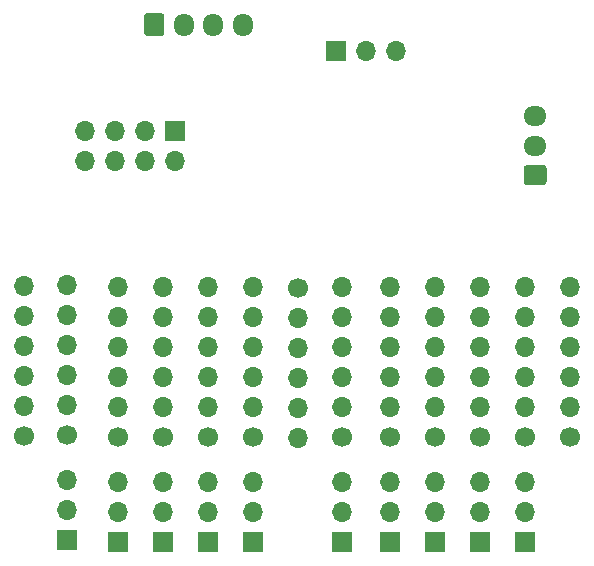
<source format=gbl>
%TF.GenerationSoftware,KiCad,Pcbnew,8.0.4-8.0.4-0~ubuntu24.04.1*%
%TF.CreationDate,2024-07-22T11:19:53+03:00*%
%TF.ProjectId,stripe_board,73747269-7065-45f6-926f-6172642e6b69,rev?*%
%TF.SameCoordinates,Original*%
%TF.FileFunction,Copper,L2,Bot*%
%TF.FilePolarity,Positive*%
%FSLAX46Y46*%
G04 Gerber Fmt 4.6, Leading zero omitted, Abs format (unit mm)*
G04 Created by KiCad (PCBNEW 8.0.4-8.0.4-0~ubuntu24.04.1) date 2024-07-22 11:19:53*
%MOMM*%
%LPD*%
G01*
G04 APERTURE LIST*
%TA.AperFunction,ComponentPad*%
%ADD10O,1.700000X1.950000*%
%TD*%
%TA.AperFunction,ComponentPad*%
%ADD11O,1.950000X1.700000*%
%TD*%
%TA.AperFunction,ComponentPad*%
%ADD12R,1.700000X1.700000*%
%TD*%
%TA.AperFunction,ComponentPad*%
%ADD13O,1.700000X1.700000*%
%TD*%
%TA.AperFunction,ComponentPad*%
%ADD14C,1.700000*%
%TD*%
G04 APERTURE END LIST*
%TO.P,J17,1,Pin_1*%
%TO.N,GND*%
%TA.AperFunction,ComponentPad*%
G36*
G01*
X7549015Y324670D02*
X7549015Y1774670D01*
G75*
G02*
X7799015Y2024670I250000J0D01*
G01*
X8999015Y2024670D01*
G75*
G02*
X9249015Y1774670I0J-250000D01*
G01*
X9249015Y324670D01*
G75*
G02*
X8999015Y74670I-250000J0D01*
G01*
X7799015Y74670D01*
G75*
G02*
X7549015Y324670I0J250000D01*
G01*
G37*
%TD.AperFunction*%
D10*
%TO.P,J17,2,Pin_2*%
%TO.N,SCL*%
X10899015Y1049670D03*
%TO.P,J17,3,Pin_3*%
%TO.N,SDA*%
X13399015Y1049670D03*
%TO.P,J17,4,Pin_4*%
%TO.N,5V*%
X15899015Y1049670D03*
%TD*%
%TO.P,J13,1,Pin_1*%
%TO.N,GND*%
%TA.AperFunction,ComponentPad*%
G36*
G01*
X41374015Y-12550330D02*
X39924015Y-12550330D01*
G75*
G02*
X39674015Y-12300330I0J250000D01*
G01*
X39674015Y-11100330D01*
G75*
G02*
X39924015Y-10850330I250000J0D01*
G01*
X41374015Y-10850330D01*
G75*
G02*
X41624015Y-11100330I0J-250000D01*
G01*
X41624015Y-12300330D01*
G75*
G02*
X41374015Y-12550330I-250000J0D01*
G01*
G37*
%TD.AperFunction*%
D11*
%TO.P,J13,2,Pin_2*%
%TO.N,5V*%
X40649015Y-9200330D03*
%TO.P,J13,3,Pin_3*%
%TO.N,RC_IN*%
X40649015Y-6700330D03*
%TD*%
D12*
%TO.P,J16,1,Pin_1*%
%TO.N,SWIO*%
X23819015Y-1200330D03*
D13*
%TO.P,J16,2,Pin_2*%
%TO.N,5V*%
X26359015Y-1200330D03*
%TO.P,J16,3,Pin_3*%
%TO.N,GND*%
X28899015Y-1200330D03*
%TD*%
D14*
%TO.P,J1,1,Pin_1*%
%TO.N,GND*%
X-2600985Y-33790330D03*
D13*
X-2600985Y-31250330D03*
X-2600985Y-28710330D03*
X-2600985Y-26170330D03*
X-2600985Y-23630330D03*
X-2600985Y-21090330D03*
%TD*%
D12*
%TO.P,Srv10,1,GND*%
%TO.N,GND*%
X1017034Y-42600440D03*
D13*
%TO.P,Srv10,2,5v*%
%TO.N,5V*%
X1017034Y-40060440D03*
%TO.P,Srv10,3,PWM*%
%TO.N,PWM1*%
X1017034Y-37520440D03*
%TD*%
%TO.P,J20,8,Pin_8*%
%TO.N,GND*%
X2579015Y-10465330D03*
%TO.P,J20,7,Pin_7*%
%TO.N,5V*%
X2579015Y-7925330D03*
%TO.P,J20,6,Pin_6*%
%TO.N,Net-(J20-Pin_5)*%
X5119015Y-10465330D03*
%TO.P,J20,5,Pin_5*%
X5119015Y-7925330D03*
%TO.P,J20,4,Pin_4*%
%TO.N,5V*%
X7659015Y-10465330D03*
%TO.P,J20,3,Pin_3*%
X7659015Y-7925330D03*
%TO.P,J20,2,Pin_2*%
%TO.N,PWM2*%
X10199015Y-10465330D03*
D12*
%TO.P,J20,1,Pin_1*%
%TO.N,PWM1*%
X10199015Y-7925330D03*
%TD*%
D14*
%TO.P,J6,1,Pin_1*%
%TO.N,/PD7*%
X32209015Y-33890330D03*
D13*
X32209015Y-31350330D03*
X32209015Y-28810330D03*
X32209015Y-26270330D03*
X32209015Y-23730330D03*
X32209015Y-21190330D03*
%TD*%
D12*
%TO.P,Srv7,1,GND*%
%TO.N,GND*%
X36019015Y-42780330D03*
D13*
%TO.P,Srv7,2,5v*%
%TO.N,5V*%
X36019015Y-40240330D03*
%TO.P,Srv7,3,PWM*%
%TO.N,/PA1*%
X36019015Y-37700330D03*
%TD*%
D12*
%TO.P,Srv9,1,GND*%
%TO.N,GND*%
X5329015Y-42800330D03*
D13*
%TO.P,Srv9,2,5v*%
%TO.N,5V*%
X5329015Y-40260330D03*
%TO.P,Srv9,3,PWM*%
%TO.N,PWM2*%
X5329015Y-37720330D03*
%TD*%
D14*
%TO.P,J3,1,Pin_1*%
%TO.N,/PD4*%
X16759015Y-33910330D03*
D13*
X16759015Y-31370330D03*
X16759015Y-28830330D03*
X16759015Y-26290330D03*
X16759015Y-23750330D03*
X16759015Y-21210330D03*
%TD*%
D14*
%TO.P,J2,1,Pin_1*%
%TO.N,/PA1*%
X36019015Y-33890330D03*
D13*
X36019015Y-31350330D03*
X36019015Y-28810330D03*
X36019015Y-26270330D03*
X36019015Y-23730330D03*
X36019015Y-21190330D03*
%TD*%
D14*
%TO.P,J8,1,Pin_1*%
%TO.N,/PA2*%
X39829015Y-33890330D03*
D13*
X39829015Y-31350330D03*
X39829015Y-28810330D03*
X39829015Y-26270330D03*
X39829015Y-23730330D03*
X39829015Y-21190330D03*
%TD*%
D14*
%TO.P,J10,1,Pin_1*%
%TO.N,/PC5*%
X9139015Y-33910330D03*
D13*
X9139015Y-31370330D03*
X9139015Y-28830330D03*
X9139015Y-26290330D03*
X9139015Y-23750330D03*
X9139015Y-21210330D03*
%TD*%
D14*
%TO.P,J9,1,Pin_1*%
%TO.N,/PC7*%
X12949015Y-33910330D03*
D13*
X12949015Y-31370330D03*
X12949015Y-28830330D03*
X12949015Y-26290330D03*
X12949015Y-23750330D03*
X12949015Y-21210330D03*
%TD*%
D12*
%TO.P,Srv1,1,GND*%
%TO.N,GND*%
X32209015Y-42780330D03*
D13*
%TO.P,Srv1,2,5v*%
%TO.N,5V*%
X32209015Y-40240330D03*
%TO.P,Srv1,3,PWM*%
%TO.N,/PD7*%
X32209015Y-37700330D03*
%TD*%
D14*
%TO.P,J4,1,Pin_1*%
%TO.N,/PD5*%
X24329015Y-33890330D03*
D13*
X24329015Y-31350330D03*
X24329015Y-28810330D03*
X24329015Y-26270330D03*
X24329015Y-23730330D03*
X24329015Y-21190330D03*
%TD*%
D12*
%TO.P,Srv6,1,GND*%
%TO.N,GND*%
X9139015Y-42800330D03*
D13*
%TO.P,Srv6,2,5v*%
%TO.N,5V*%
X9139015Y-40260330D03*
%TO.P,Srv6,3,PWM*%
%TO.N,/PC5*%
X9139015Y-37720330D03*
%TD*%
D14*
%TO.P,J5,1,Pin_1*%
%TO.N,/PD6*%
X28399015Y-33890330D03*
D13*
X28399015Y-31350330D03*
X28399015Y-28810330D03*
X28399015Y-26270330D03*
X28399015Y-23730330D03*
X28399015Y-21190330D03*
%TD*%
D14*
%TO.P,J12,1,Pin_1*%
%TO.N,PWM1*%
X1017034Y-33710440D03*
D13*
X1017034Y-31170440D03*
X1017034Y-28630440D03*
X1017034Y-26090440D03*
X1017034Y-23550440D03*
X1017034Y-21010440D03*
%TD*%
D12*
%TO.P,Srv8,1,GND*%
%TO.N,GND*%
X39829015Y-42780330D03*
D13*
%TO.P,Srv8,2,5v*%
%TO.N,5V*%
X39829015Y-40240330D03*
%TO.P,Srv8,3,PWM*%
%TO.N,/PA2*%
X39829015Y-37700330D03*
%TD*%
D12*
%TO.P,Srv4,1,GND*%
%TO.N,GND*%
X16759015Y-42800330D03*
D13*
%TO.P,Srv4,2,5v*%
%TO.N,5V*%
X16759015Y-40260330D03*
%TO.P,Srv4,3,PWM*%
%TO.N,/PD4*%
X16759015Y-37720330D03*
%TD*%
D14*
%TO.P,J18,1,Pin_1*%
%TO.N,5V*%
X20619510Y-21290605D03*
D13*
X20619510Y-23830605D03*
X20619510Y-26370605D03*
X20619510Y-28910605D03*
X20619510Y-31450605D03*
X20619510Y-33990605D03*
%TD*%
D12*
%TO.P,Srv2,1,GND*%
%TO.N,GND*%
X28399015Y-42780330D03*
D13*
%TO.P,Srv2,2,5v*%
%TO.N,5V*%
X28399015Y-40240330D03*
%TO.P,Srv2,3,PWM*%
%TO.N,/PD6*%
X28399015Y-37700330D03*
%TD*%
D14*
%TO.P,J19,1,Pin_1*%
%TO.N,GND*%
X43626733Y-33891247D03*
D13*
X43626733Y-31351247D03*
X43626733Y-28811247D03*
X43626733Y-26271247D03*
X43626733Y-23731247D03*
X43626733Y-21191247D03*
%TD*%
D14*
%TO.P,J11,1,Pin_1*%
%TO.N,PWM2*%
X5329015Y-33910330D03*
D13*
X5329015Y-31370330D03*
X5329015Y-28830330D03*
X5329015Y-26290330D03*
X5329015Y-23750330D03*
X5329015Y-21210330D03*
%TD*%
D12*
%TO.P,Srv5,1,GND*%
%TO.N,GND*%
X12949015Y-42800330D03*
D13*
%TO.P,Srv5,2,5v*%
%TO.N,5V*%
X12949015Y-40260330D03*
%TO.P,Srv5,3,PWM*%
%TO.N,/PC7*%
X12949015Y-37720330D03*
%TD*%
D12*
%TO.P,Srv3,1,GND*%
%TO.N,GND*%
X24329015Y-42780330D03*
D13*
%TO.P,Srv3,2,5v*%
%TO.N,5V*%
X24329015Y-40240330D03*
%TO.P,Srv3,3,PWM*%
%TO.N,/PD5*%
X24329015Y-37700330D03*
%TD*%
M02*

</source>
